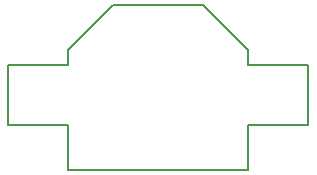
<source format=gbo>
%FSLAX46Y46*%
G04 Gerber Fmt 4.6, Leading zero omitted, Abs format (unit mm)*
G04 Created by KiCad (PCBNEW (2014-09-22 BZR 5144)-product) date Fri 26 Dec 2014 12:55:59 AM CET*
%MOMM*%
G01*
G04 APERTURE LIST*
%ADD10C,0.100000*%
%ADD11C,0.150000*%
G04 APERTURE END LIST*
D10*
D11*
X143256000Y-88138000D02*
X143256000Y-84328000D01*
X143256000Y-84328000D02*
X138176000Y-84328000D01*
X138176000Y-84328000D02*
X138176000Y-79248000D01*
X138176000Y-79248000D02*
X143256000Y-79248000D01*
X143256000Y-79248000D02*
X143256000Y-77978000D01*
X143256000Y-77978000D02*
X147066000Y-74168000D01*
X147066000Y-74168000D02*
X154686000Y-74168000D01*
X154686000Y-74168000D02*
X158496000Y-77978000D01*
X158496000Y-77978000D02*
X158496000Y-79248000D01*
X158496000Y-79248000D02*
X163576000Y-79248000D01*
X163576000Y-79248000D02*
X163576000Y-84328000D01*
X163576000Y-84328000D02*
X158496000Y-84328000D01*
X158496000Y-84328000D02*
X158496000Y-88138000D01*
X158496000Y-88138000D02*
X143256000Y-88138000D01*
M02*

</source>
